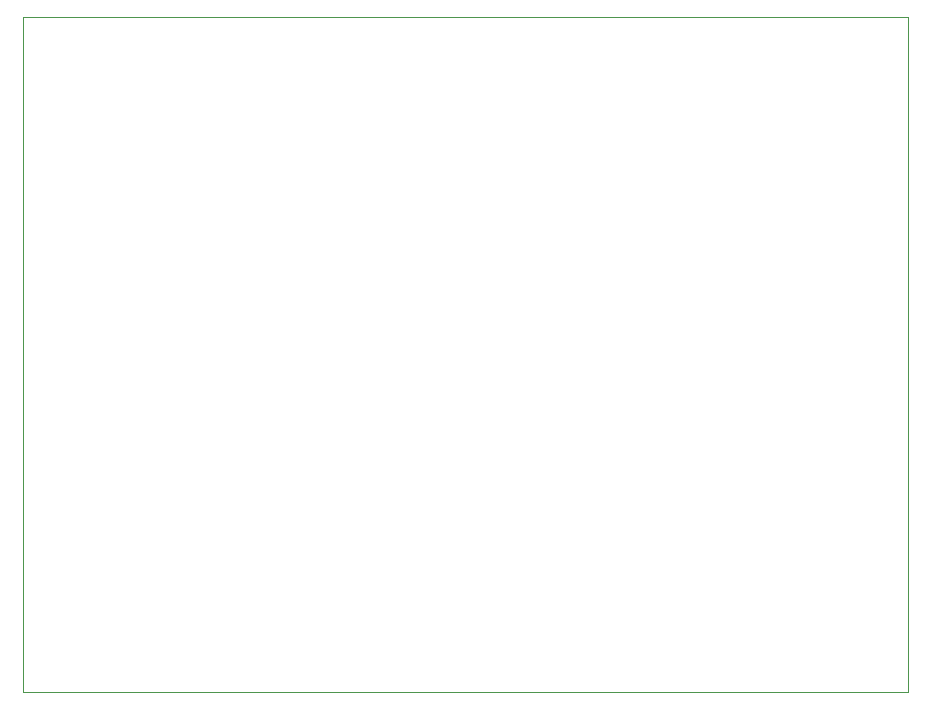
<source format=gm1>
G04 #@! TF.GenerationSoftware,KiCad,Pcbnew,6.0.6+dfsg-1~bpo11+1*
G04 #@! TF.CreationDate,2023-01-30T14:54:24+00:00*
G04 #@! TF.ProjectId,CIDER,43494445-522e-46b6-9963-61645f706362,rev?*
G04 #@! TF.SameCoordinates,Original*
G04 #@! TF.FileFunction,Profile,NP*
%FSLAX46Y46*%
G04 Gerber Fmt 4.6, Leading zero omitted, Abs format (unit mm)*
G04 Created by KiCad (PCBNEW 6.0.6+dfsg-1~bpo11+1) date 2023-01-30 14:54:24*
%MOMM*%
%LPD*%
G01*
G04 APERTURE LIST*
G04 #@! TA.AperFunction,Profile*
%ADD10C,0.100000*%
G04 #@! TD*
G04 APERTURE END LIST*
D10*
X180340000Y-93980000D02*
X180340000Y-151130000D01*
X180340000Y-151130000D02*
X105410000Y-151130000D01*
X105410000Y-93980000D02*
X180340000Y-93980000D01*
X105410000Y-151130000D02*
X105410000Y-93980000D01*
M02*

</source>
